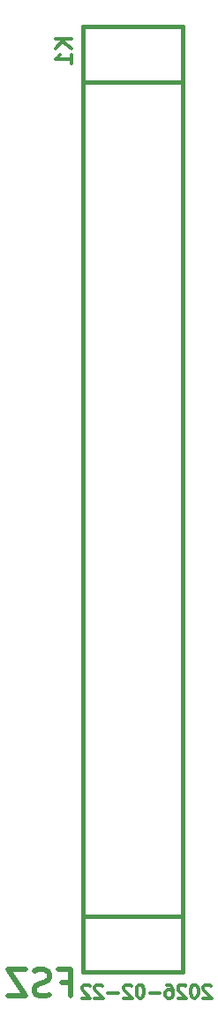
<source format=gbo>
%TF.GenerationSoftware,KiCad,Pcbnew,(6.0.7)*%
%TF.CreationDate,2026-02-23T19:25:28+01:00*%
%TF.ProjectId,FSZ_BP,46535a5f-4250-42e6-9b69-6361645f7063,0438 -*%
%TF.SameCoordinates,Original*%
%TF.FileFunction,Legend,Bot*%
%TF.FilePolarity,Positive*%
%FSLAX46Y46*%
G04 Gerber Fmt 4.6, Leading zero omitted, Abs format (unit mm)*
G04 Created by KiCad (PCBNEW (6.0.7)) date 2026-02-23 19:25:28*
%MOMM*%
%LPD*%
G01*
G04 APERTURE LIST*
%ADD10C,0.508000*%
%ADD11C,0.304800*%
%ADD12C,0.381000*%
%ADD13C,4.000000*%
%ADD14C,6.400800*%
%ADD15R,3.048000X3.048000*%
%ADD16C,3.048000*%
%ADD17C,2.200000*%
G04 APERTURE END LIST*
D10*
X57428190Y-198700571D02*
X58274857Y-198700571D01*
X58274857Y-200031047D02*
X58274857Y-197491047D01*
X57065333Y-197491047D01*
X56218666Y-199910095D02*
X55855809Y-200031047D01*
X55251047Y-200031047D01*
X55009142Y-199910095D01*
X54888190Y-199789142D01*
X54767238Y-199547238D01*
X54767238Y-199305333D01*
X54888190Y-199063428D01*
X55009142Y-198942476D01*
X55251047Y-198821523D01*
X55734857Y-198700571D01*
X55976761Y-198579619D01*
X56097714Y-198458666D01*
X56218666Y-198216761D01*
X56218666Y-197974857D01*
X56097714Y-197732952D01*
X55976761Y-197612000D01*
X55734857Y-197491047D01*
X55130095Y-197491047D01*
X54767238Y-197612000D01*
X53920571Y-197491047D02*
X52227238Y-197491047D01*
X53920571Y-200031047D01*
X52227238Y-200031047D01*
D11*
X71695975Y-199069476D02*
X71635499Y-199009000D01*
X71514546Y-198948523D01*
X71212165Y-198948523D01*
X71091213Y-199009000D01*
X71030737Y-199069476D01*
X70970260Y-199190428D01*
X70970260Y-199311380D01*
X71030737Y-199492809D01*
X71756451Y-200218523D01*
X70970260Y-200218523D01*
X70184070Y-198948523D02*
X70063118Y-198948523D01*
X69942165Y-199009000D01*
X69881689Y-199069476D01*
X69821213Y-199190428D01*
X69760737Y-199432333D01*
X69760737Y-199734714D01*
X69821213Y-199976619D01*
X69881689Y-200097571D01*
X69942165Y-200158047D01*
X70063118Y-200218523D01*
X70184070Y-200218523D01*
X70305022Y-200158047D01*
X70365499Y-200097571D01*
X70425975Y-199976619D01*
X70486451Y-199734714D01*
X70486451Y-199432333D01*
X70425975Y-199190428D01*
X70365499Y-199069476D01*
X70305022Y-199009000D01*
X70184070Y-198948523D01*
X69276927Y-199069476D02*
X69216451Y-199009000D01*
X69095499Y-198948523D01*
X68793118Y-198948523D01*
X68672165Y-199009000D01*
X68611689Y-199069476D01*
X68551213Y-199190428D01*
X68551213Y-199311380D01*
X68611689Y-199492809D01*
X69337403Y-200218523D01*
X68551213Y-200218523D01*
X67462641Y-198948523D02*
X67704546Y-198948523D01*
X67825499Y-199009000D01*
X67885975Y-199069476D01*
X68006927Y-199250904D01*
X68067403Y-199492809D01*
X68067403Y-199976619D01*
X68006927Y-200097571D01*
X67946451Y-200158047D01*
X67825499Y-200218523D01*
X67583594Y-200218523D01*
X67462641Y-200158047D01*
X67402165Y-200097571D01*
X67341689Y-199976619D01*
X67341689Y-199674238D01*
X67402165Y-199553285D01*
X67462641Y-199492809D01*
X67583594Y-199432333D01*
X67825499Y-199432333D01*
X67946451Y-199492809D01*
X68006927Y-199553285D01*
X68067403Y-199674238D01*
X66797403Y-199734714D02*
X65829784Y-199734714D01*
X64983118Y-198948523D02*
X64862165Y-198948523D01*
X64741213Y-199009000D01*
X64680737Y-199069476D01*
X64620260Y-199190428D01*
X64559784Y-199432333D01*
X64559784Y-199734714D01*
X64620260Y-199976619D01*
X64680737Y-200097571D01*
X64741213Y-200158047D01*
X64862165Y-200218523D01*
X64983118Y-200218523D01*
X65104070Y-200158047D01*
X65164546Y-200097571D01*
X65225022Y-199976619D01*
X65285499Y-199734714D01*
X65285499Y-199432333D01*
X65225022Y-199190428D01*
X65164546Y-199069476D01*
X65104070Y-199009000D01*
X64983118Y-198948523D01*
X64075975Y-199069476D02*
X64015499Y-199009000D01*
X63894546Y-198948523D01*
X63592165Y-198948523D01*
X63471213Y-199009000D01*
X63410737Y-199069476D01*
X63350260Y-199190428D01*
X63350260Y-199311380D01*
X63410737Y-199492809D01*
X64136451Y-200218523D01*
X63350260Y-200218523D01*
X62805975Y-199734714D02*
X61838356Y-199734714D01*
X61294070Y-199069476D02*
X61233594Y-199009000D01*
X61112641Y-198948523D01*
X60810260Y-198948523D01*
X60689308Y-199009000D01*
X60628832Y-199069476D01*
X60568356Y-199190428D01*
X60568356Y-199311380D01*
X60628832Y-199492809D01*
X61354546Y-200218523D01*
X60568356Y-200218523D01*
X60084546Y-199069476D02*
X60024070Y-199009000D01*
X59903118Y-198948523D01*
X59600737Y-198948523D01*
X59479784Y-199009000D01*
X59419308Y-199069476D01*
X59358832Y-199190428D01*
X59358832Y-199311380D01*
X59419308Y-199492809D01*
X60145022Y-200218523D01*
X59358832Y-200218523D01*
%TO.C,K1*%
X58347428Y-108256977D02*
X56823428Y-108256977D01*
X58347428Y-109127834D02*
X57476571Y-108474691D01*
X56823428Y-109127834D02*
X57694285Y-108256977D01*
X58347428Y-110579262D02*
X58347428Y-109708405D01*
X58347428Y-110143834D02*
X56823428Y-110143834D01*
X57041142Y-109998691D01*
X57186285Y-109853548D01*
X57258857Y-109708405D01*
D12*
X59475000Y-107050000D02*
X69000000Y-107050000D01*
X59500000Y-112400000D02*
X69000000Y-112400000D01*
X59500000Y-192400000D02*
X69000000Y-192400000D01*
X69000000Y-197750000D02*
X59475000Y-197750000D01*
X59475000Y-107050000D02*
X59475000Y-197750000D01*
X69000000Y-107050000D02*
X69000000Y-197750000D01*
%TD*%
D13*
%TO.C,K1*%
X64000000Y-109900000D03*
X64000000Y-194900000D03*
%TD*%
%LPC*%
D14*
%TO.C,HOLE*%
X48760000Y-109900000D03*
%TD*%
%TO.C,HOLE*%
X74160000Y-109900000D03*
%TD*%
D15*
%TO.C,P4*%
X76700000Y-140220000D03*
D16*
X76700000Y-145218720D03*
X76700000Y-150219980D03*
X76700000Y-155218700D03*
X76700000Y-160219960D03*
X76700000Y-165218680D03*
X76700000Y-170219940D03*
X76700000Y-175218660D03*
X76700000Y-180220000D03*
X76700000Y-185220000D03*
%TD*%
D14*
%TO.C,HOLE*%
X74160000Y-194900000D03*
%TD*%
D15*
%TO.C,P1*%
X76700000Y-117040640D03*
D16*
X76700000Y-122039360D03*
X76700000Y-127040620D03*
X76700000Y-132039340D03*
%TD*%
D15*
%TO.C,P3*%
X55110000Y-155982640D03*
D16*
X55110000Y-160981360D03*
X55110000Y-165982620D03*
X55110000Y-170981340D03*
X55110000Y-175982600D03*
X55110000Y-180981320D03*
X55110000Y-185982580D03*
X55110000Y-190981300D03*
%TD*%
D15*
%TO.C,P2*%
X55110000Y-114326640D03*
D16*
X55110000Y-119325360D03*
X55110000Y-124326620D03*
X55110000Y-129325340D03*
X55110000Y-134326600D03*
X55110000Y-139325320D03*
X55110000Y-144326580D03*
X55110000Y-149325300D03*
%TD*%
D14*
%TO.C,HOLE*%
X48760000Y-194900000D03*
%TD*%
D17*
%TO.C,K1*%
X61500000Y-114900000D03*
X66500000Y-117400000D03*
X61500000Y-119900000D03*
X66500000Y-122400000D03*
X61500000Y-124900000D03*
X66500000Y-127400000D03*
X61500000Y-129900000D03*
X66500000Y-132400000D03*
X61500000Y-134900000D03*
X66500000Y-137400000D03*
X61500000Y-139900000D03*
X66500000Y-142400000D03*
X61500000Y-144900000D03*
X66500000Y-147400000D03*
X61500000Y-149900000D03*
X66500000Y-152400000D03*
X61500000Y-154900000D03*
X66500000Y-157400000D03*
X61500000Y-159900000D03*
X66500000Y-162400000D03*
X61500000Y-164900000D03*
X66500000Y-167400000D03*
X61500000Y-169900000D03*
X66500000Y-172400000D03*
X61500000Y-174900000D03*
X66500000Y-177401220D03*
X61500000Y-179900000D03*
X66500000Y-182399940D03*
X61500000Y-184900000D03*
X66500000Y-187400000D03*
X61500000Y-189900000D03*
D13*
X64000000Y-109900000D03*
X64000000Y-194900000D03*
%TD*%
M02*

</source>
